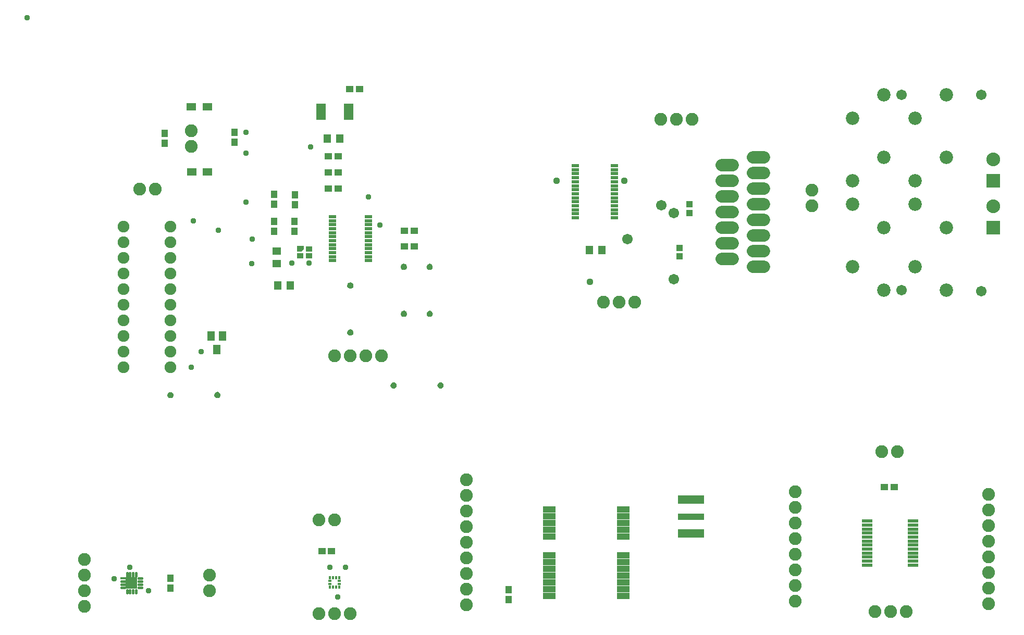
<source format=gbr>
G04 EAGLE Gerber RS-274X export*
G75*
%MOMM*%
%FSLAX34Y34*%
%LPD*%
%INSoldermask Top*%
%IPPOS*%
%AMOC8*
5,1,8,0,0,1.08239X$1,22.5*%
G01*
%ADD10C,2.082800*%
%ADD11R,1.253200X1.103200*%
%ADD12R,0.453200X0.478200*%
%ADD13R,0.478200X0.453200*%
%ADD14R,1.103200X1.253200*%
%ADD15R,0.943200X0.442200*%
%ADD16C,0.442200*%
%ADD17R,1.878200X1.878200*%
%ADD18R,4.303200X1.453200*%
%ADD19R,4.303200X1.103200*%
%ADD20R,2.003200X1.003200*%
%ADD21R,1.603200X1.203200*%
%ADD22R,1.050000X0.950000*%
%ADD23R,1.203200X1.603200*%
%ADD24R,1.193800X0.508000*%
%ADD25R,1.203200X1.453200*%
%ADD26R,1.453200X1.203200*%
%ADD27C,1.908300*%
%ADD28R,1.600200X0.635000*%
%ADD29R,1.672400X0.604700*%
%ADD30C,2.184400*%
%ADD31C,2.003200*%
%ADD32R,2.235200X2.235200*%
%ADD33C,2.235200*%
%ADD34R,1.003200X1.053200*%
%ADD35R,1.203200X0.503200*%
%ADD36C,0.959600*%
%ADD37C,1.703200*%
%ADD38C,1.109600*%

G36*
X1065356Y199713D02*
X1065356Y199713D01*
X1065413Y199723D01*
X1065427Y199734D01*
X1065435Y199736D01*
X1065444Y199746D01*
X1065479Y199771D01*
X1068729Y203021D01*
X1068757Y203072D01*
X1068790Y203120D01*
X1068793Y203137D01*
X1068797Y203144D01*
X1068796Y203157D01*
X1068803Y203200D01*
X1068803Y208950D01*
X1068799Y208965D01*
X1068801Y208981D01*
X1068780Y209032D01*
X1068764Y209085D01*
X1068752Y209096D01*
X1068746Y209110D01*
X1068700Y209142D01*
X1068659Y209179D01*
X1068643Y209181D01*
X1068630Y209190D01*
X1068550Y209203D01*
X1058550Y209203D01*
X1058535Y209199D01*
X1058519Y209201D01*
X1058468Y209180D01*
X1058415Y209164D01*
X1058404Y209152D01*
X1058390Y209146D01*
X1058358Y209100D01*
X1058321Y209059D01*
X1058319Y209043D01*
X1058310Y209030D01*
X1058297Y208950D01*
X1058297Y199950D01*
X1058301Y199935D01*
X1058299Y199919D01*
X1058320Y199868D01*
X1058336Y199815D01*
X1058348Y199804D01*
X1058354Y199790D01*
X1058400Y199758D01*
X1058441Y199721D01*
X1058457Y199719D01*
X1058470Y199710D01*
X1058550Y199697D01*
X1065300Y199697D01*
X1065356Y199713D01*
G37*
G36*
X1231822Y170204D02*
X1231822Y170204D01*
X1231913Y170203D01*
X1232877Y170334D01*
X1232925Y170350D01*
X1233014Y170369D01*
X1233925Y170711D01*
X1233968Y170737D01*
X1234052Y170776D01*
X1234863Y171313D01*
X1234899Y171348D01*
X1234972Y171404D01*
X1235644Y172108D01*
X1235672Y172150D01*
X1235730Y172221D01*
X1236228Y173057D01*
X1236229Y173060D01*
X1236231Y173062D01*
X1236237Y173081D01*
X1236246Y173104D01*
X1236286Y173186D01*
X1236586Y174112D01*
X1236593Y174162D01*
X1236615Y174251D01*
X1236701Y175220D01*
X1236697Y175267D01*
X1236700Y175342D01*
X1236598Y176318D01*
X1236584Y176366D01*
X1236568Y176456D01*
X1236252Y177385D01*
X1236228Y177429D01*
X1236191Y177514D01*
X1235677Y178349D01*
X1235643Y178386D01*
X1235589Y178461D01*
X1234901Y179161D01*
X1234860Y179190D01*
X1234791Y179250D01*
X1233964Y179779D01*
X1233918Y179798D01*
X1233837Y179842D01*
X1232914Y180174D01*
X1232864Y180182D01*
X1232775Y180207D01*
X1231801Y180325D01*
X1231751Y180322D01*
X1231665Y180326D01*
X1230663Y180231D01*
X1230614Y180217D01*
X1230524Y180201D01*
X1229568Y179885D01*
X1229523Y179861D01*
X1229439Y179826D01*
X1228578Y179304D01*
X1228540Y179271D01*
X1228465Y179218D01*
X1227741Y178518D01*
X1227712Y178477D01*
X1227651Y178408D01*
X1227101Y177565D01*
X1227081Y177519D01*
X1227037Y177438D01*
X1226689Y176494D01*
X1226680Y176444D01*
X1226655Y176356D01*
X1226525Y175358D01*
X1226527Y175315D01*
X1226526Y175189D01*
X1226665Y174178D01*
X1226681Y174130D01*
X1226700Y174040D01*
X1227062Y173085D01*
X1227088Y173042D01*
X1227127Y172958D01*
X1227691Y172108D01*
X1227726Y172071D01*
X1227783Y171999D01*
X1228523Y171295D01*
X1228565Y171267D01*
X1228636Y171209D01*
X1229514Y170688D01*
X1229561Y170670D01*
X1229643Y170629D01*
X1230615Y170316D01*
X1230665Y170309D01*
X1230754Y170288D01*
X1231772Y170199D01*
X1231822Y170204D01*
G37*
G36*
X1144822Y139804D02*
X1144822Y139804D01*
X1144913Y139803D01*
X1145877Y139934D01*
X1145925Y139950D01*
X1146014Y139969D01*
X1146925Y140311D01*
X1146968Y140337D01*
X1147052Y140376D01*
X1147863Y140913D01*
X1147899Y140948D01*
X1147972Y141004D01*
X1148644Y141708D01*
X1148672Y141750D01*
X1148730Y141821D01*
X1149228Y142657D01*
X1149229Y142660D01*
X1149231Y142662D01*
X1149237Y142681D01*
X1149246Y142704D01*
X1149286Y142786D01*
X1149586Y143712D01*
X1149593Y143762D01*
X1149615Y143851D01*
X1149701Y144820D01*
X1149697Y144867D01*
X1149700Y144942D01*
X1149598Y145918D01*
X1149584Y145966D01*
X1149568Y146056D01*
X1149252Y146985D01*
X1149228Y147029D01*
X1149191Y147114D01*
X1148677Y147949D01*
X1148643Y147986D01*
X1148589Y148061D01*
X1147901Y148761D01*
X1147860Y148790D01*
X1147791Y148850D01*
X1146964Y149379D01*
X1146918Y149398D01*
X1146837Y149442D01*
X1145914Y149774D01*
X1145864Y149782D01*
X1145775Y149807D01*
X1144801Y149925D01*
X1144751Y149922D01*
X1144665Y149926D01*
X1143663Y149831D01*
X1143614Y149817D01*
X1143524Y149801D01*
X1142568Y149485D01*
X1142523Y149461D01*
X1142439Y149426D01*
X1141578Y148904D01*
X1141540Y148871D01*
X1141465Y148818D01*
X1140741Y148118D01*
X1140712Y148077D01*
X1140651Y148008D01*
X1140101Y147165D01*
X1140081Y147119D01*
X1140037Y147038D01*
X1139689Y146094D01*
X1139680Y146044D01*
X1139655Y145956D01*
X1139525Y144958D01*
X1139527Y144915D01*
X1139526Y144789D01*
X1139665Y143778D01*
X1139681Y143730D01*
X1139700Y143640D01*
X1140062Y142685D01*
X1140088Y142642D01*
X1140127Y142558D01*
X1140691Y141708D01*
X1140726Y141671D01*
X1140783Y141599D01*
X1141523Y140895D01*
X1141565Y140867D01*
X1141636Y140809D01*
X1142514Y140288D01*
X1142561Y140270D01*
X1142643Y140229D01*
X1143615Y139916D01*
X1143665Y139909D01*
X1143754Y139888D01*
X1144772Y139799D01*
X1144822Y139804D01*
G37*
G36*
X1231898Y93928D02*
X1231898Y93928D01*
X1231989Y93927D01*
X1232953Y94058D01*
X1233001Y94074D01*
X1233090Y94093D01*
X1234001Y94435D01*
X1234044Y94461D01*
X1234128Y94500D01*
X1234939Y95037D01*
X1234975Y95072D01*
X1235048Y95128D01*
X1235720Y95832D01*
X1235748Y95874D01*
X1235806Y95945D01*
X1236304Y96781D01*
X1236305Y96784D01*
X1236307Y96786D01*
X1236313Y96805D01*
X1236322Y96828D01*
X1236362Y96910D01*
X1236662Y97836D01*
X1236669Y97886D01*
X1236691Y97975D01*
X1236777Y98944D01*
X1236773Y98991D01*
X1236776Y99066D01*
X1236674Y100042D01*
X1236660Y100090D01*
X1236644Y100180D01*
X1236328Y101109D01*
X1236304Y101153D01*
X1236267Y101238D01*
X1235753Y102073D01*
X1235719Y102110D01*
X1235665Y102185D01*
X1234977Y102885D01*
X1234936Y102914D01*
X1234867Y102974D01*
X1234040Y103503D01*
X1233994Y103522D01*
X1233913Y103566D01*
X1232990Y103898D01*
X1232940Y103906D01*
X1232851Y103931D01*
X1231877Y104049D01*
X1231827Y104046D01*
X1231741Y104050D01*
X1230739Y103955D01*
X1230690Y103941D01*
X1230600Y103925D01*
X1229644Y103609D01*
X1229599Y103585D01*
X1229515Y103550D01*
X1228654Y103028D01*
X1228616Y102995D01*
X1228541Y102942D01*
X1227817Y102242D01*
X1227788Y102201D01*
X1227727Y102132D01*
X1227177Y101289D01*
X1227157Y101243D01*
X1227113Y101162D01*
X1226765Y100218D01*
X1226756Y100168D01*
X1226731Y100080D01*
X1226601Y99082D01*
X1226603Y99039D01*
X1226602Y98913D01*
X1226741Y97902D01*
X1226757Y97854D01*
X1226776Y97764D01*
X1227138Y96809D01*
X1227164Y96766D01*
X1227203Y96682D01*
X1227767Y95832D01*
X1227802Y95795D01*
X1227859Y95723D01*
X1228599Y95019D01*
X1228641Y94991D01*
X1228712Y94933D01*
X1229590Y94412D01*
X1229637Y94394D01*
X1229719Y94353D01*
X1230691Y94040D01*
X1230741Y94033D01*
X1230830Y94012D01*
X1231848Y93923D01*
X1231898Y93928D01*
G37*
G36*
X1144898Y63528D02*
X1144898Y63528D01*
X1144989Y63527D01*
X1145953Y63658D01*
X1146001Y63674D01*
X1146090Y63693D01*
X1147001Y64035D01*
X1147044Y64061D01*
X1147128Y64100D01*
X1147939Y64637D01*
X1147975Y64672D01*
X1148048Y64728D01*
X1148720Y65432D01*
X1148748Y65474D01*
X1148806Y65545D01*
X1149304Y66381D01*
X1149305Y66384D01*
X1149307Y66386D01*
X1149313Y66406D01*
X1149322Y66428D01*
X1149362Y66510D01*
X1149662Y67436D01*
X1149669Y67486D01*
X1149691Y67575D01*
X1149777Y68544D01*
X1149773Y68591D01*
X1149776Y68666D01*
X1149674Y69642D01*
X1149660Y69690D01*
X1149644Y69780D01*
X1149328Y70709D01*
X1149304Y70753D01*
X1149267Y70838D01*
X1148753Y71673D01*
X1148719Y71710D01*
X1148665Y71785D01*
X1147977Y72485D01*
X1147936Y72514D01*
X1147867Y72574D01*
X1147040Y73103D01*
X1146994Y73122D01*
X1146913Y73166D01*
X1145990Y73498D01*
X1145940Y73506D01*
X1145851Y73531D01*
X1144877Y73649D01*
X1144827Y73646D01*
X1144741Y73650D01*
X1143739Y73555D01*
X1143690Y73541D01*
X1143600Y73525D01*
X1142644Y73209D01*
X1142599Y73185D01*
X1142515Y73150D01*
X1141654Y72628D01*
X1141616Y72595D01*
X1141541Y72542D01*
X1140817Y71842D01*
X1140788Y71801D01*
X1140727Y71732D01*
X1140177Y70889D01*
X1140157Y70843D01*
X1140113Y70762D01*
X1139765Y69818D01*
X1139756Y69768D01*
X1139731Y69680D01*
X1139601Y68682D01*
X1139603Y68639D01*
X1139602Y68513D01*
X1139741Y67502D01*
X1139757Y67454D01*
X1139776Y67364D01*
X1140138Y66409D01*
X1140164Y66366D01*
X1140203Y66282D01*
X1140767Y65432D01*
X1140802Y65395D01*
X1140859Y65323D01*
X1141599Y64619D01*
X1141641Y64591D01*
X1141712Y64533D01*
X1142590Y64012D01*
X1142637Y63994D01*
X1142719Y63953D01*
X1143691Y63640D01*
X1143741Y63633D01*
X1143830Y63612D01*
X1144848Y63523D01*
X1144898Y63528D01*
G37*
G36*
X1291311Y-22547D02*
X1291311Y-22547D01*
X1291437Y-22548D01*
X1292448Y-22409D01*
X1292496Y-22393D01*
X1292586Y-22374D01*
X1293541Y-22012D01*
X1293584Y-21986D01*
X1293668Y-21948D01*
X1294518Y-21383D01*
X1294555Y-21348D01*
X1294627Y-21291D01*
X1295331Y-20552D01*
X1295359Y-20509D01*
X1295417Y-20438D01*
X1295938Y-19560D01*
X1295956Y-19513D01*
X1295997Y-19431D01*
X1296310Y-18459D01*
X1296317Y-18409D01*
X1296338Y-18320D01*
X1296427Y-17302D01*
X1296422Y-17252D01*
X1296423Y-17161D01*
X1296292Y-16197D01*
X1296276Y-16149D01*
X1296257Y-16060D01*
X1295915Y-15149D01*
X1295889Y-15106D01*
X1295850Y-15023D01*
X1295313Y-14211D01*
X1295278Y-14175D01*
X1295222Y-14102D01*
X1294518Y-13430D01*
X1294476Y-13403D01*
X1294405Y-13344D01*
X1293570Y-12846D01*
X1293522Y-12828D01*
X1293440Y-12788D01*
X1292515Y-12488D01*
X1292464Y-12481D01*
X1292375Y-12459D01*
X1291406Y-12373D01*
X1291359Y-12377D01*
X1291284Y-12374D01*
X1290308Y-12476D01*
X1290260Y-12490D01*
X1290170Y-12506D01*
X1289241Y-12822D01*
X1289197Y-12847D01*
X1289112Y-12883D01*
X1288277Y-13397D01*
X1288240Y-13431D01*
X1288165Y-13485D01*
X1287466Y-14173D01*
X1287436Y-14214D01*
X1287376Y-14283D01*
X1286847Y-15110D01*
X1286828Y-15156D01*
X1286784Y-15237D01*
X1286452Y-16160D01*
X1286444Y-16210D01*
X1286419Y-16299D01*
X1286301Y-17273D01*
X1286304Y-17323D01*
X1286300Y-17409D01*
X1286395Y-18411D01*
X1286409Y-18460D01*
X1286425Y-18550D01*
X1286741Y-19506D01*
X1286765Y-19551D01*
X1286801Y-19635D01*
X1287322Y-20496D01*
X1287355Y-20534D01*
X1287408Y-20609D01*
X1288108Y-21333D01*
X1288149Y-21362D01*
X1288218Y-21423D01*
X1289061Y-21973D01*
X1289107Y-21993D01*
X1289188Y-22037D01*
X1290132Y-22385D01*
X1290182Y-22394D01*
X1290270Y-22419D01*
X1291268Y-22549D01*
X1291311Y-22547D01*
G37*
G36*
X1215035Y-22623D02*
X1215035Y-22623D01*
X1215161Y-22624D01*
X1216172Y-22485D01*
X1216220Y-22469D01*
X1216310Y-22450D01*
X1217265Y-22088D01*
X1217308Y-22062D01*
X1217392Y-22024D01*
X1218242Y-21459D01*
X1218279Y-21424D01*
X1218351Y-21367D01*
X1219055Y-20628D01*
X1219083Y-20585D01*
X1219141Y-20514D01*
X1219662Y-19636D01*
X1219680Y-19589D01*
X1219721Y-19507D01*
X1220034Y-18535D01*
X1220041Y-18485D01*
X1220062Y-18396D01*
X1220151Y-17378D01*
X1220146Y-17328D01*
X1220147Y-17237D01*
X1220016Y-16273D01*
X1220000Y-16225D01*
X1219981Y-16136D01*
X1219639Y-15225D01*
X1219613Y-15182D01*
X1219574Y-15099D01*
X1219037Y-14287D01*
X1219002Y-14251D01*
X1218946Y-14178D01*
X1218242Y-13506D01*
X1218200Y-13479D01*
X1218129Y-13420D01*
X1217294Y-12922D01*
X1217246Y-12904D01*
X1217164Y-12864D01*
X1216239Y-12564D01*
X1216188Y-12557D01*
X1216099Y-12535D01*
X1215130Y-12449D01*
X1215083Y-12453D01*
X1215008Y-12450D01*
X1214032Y-12552D01*
X1213984Y-12566D01*
X1213894Y-12582D01*
X1212965Y-12898D01*
X1212921Y-12923D01*
X1212836Y-12959D01*
X1212001Y-13473D01*
X1211964Y-13507D01*
X1211889Y-13561D01*
X1211190Y-14249D01*
X1211160Y-14290D01*
X1211100Y-14359D01*
X1210571Y-15186D01*
X1210552Y-15232D01*
X1210508Y-15313D01*
X1210176Y-16236D01*
X1210168Y-16286D01*
X1210143Y-16375D01*
X1210025Y-17349D01*
X1210028Y-17399D01*
X1210024Y-17485D01*
X1210119Y-18487D01*
X1210133Y-18536D01*
X1210149Y-18626D01*
X1210465Y-19582D01*
X1210489Y-19627D01*
X1210525Y-19711D01*
X1211046Y-20572D01*
X1211079Y-20610D01*
X1211132Y-20685D01*
X1211832Y-21409D01*
X1211873Y-21438D01*
X1211942Y-21499D01*
X1212785Y-22049D01*
X1212831Y-22069D01*
X1212912Y-22113D01*
X1213856Y-22461D01*
X1213906Y-22470D01*
X1213994Y-22495D01*
X1214992Y-22625D01*
X1215035Y-22623D01*
G37*
G36*
X1274561Y170245D02*
X1274561Y170245D01*
X1274610Y170259D01*
X1274700Y170275D01*
X1275656Y170591D01*
X1275701Y170615D01*
X1275785Y170651D01*
X1276646Y171172D01*
X1276684Y171205D01*
X1276759Y171258D01*
X1277483Y171958D01*
X1277512Y171999D01*
X1277573Y172068D01*
X1278123Y172911D01*
X1278143Y172957D01*
X1278187Y173038D01*
X1278535Y173982D01*
X1278544Y174032D01*
X1278569Y174120D01*
X1278699Y175118D01*
X1278697Y175161D01*
X1278698Y175287D01*
X1278559Y176298D01*
X1278543Y176346D01*
X1278524Y176436D01*
X1278162Y177391D01*
X1278136Y177434D01*
X1278098Y177518D01*
X1277533Y178368D01*
X1277498Y178405D01*
X1277441Y178477D01*
X1276702Y179181D01*
X1276659Y179209D01*
X1276588Y179267D01*
X1275710Y179788D01*
X1275663Y179806D01*
X1275581Y179847D01*
X1274609Y180160D01*
X1274559Y180167D01*
X1274470Y180188D01*
X1273452Y180277D01*
X1273402Y180272D01*
X1273311Y180273D01*
X1272347Y180142D01*
X1272299Y180126D01*
X1272210Y180107D01*
X1271299Y179765D01*
X1271256Y179739D01*
X1271173Y179700D01*
X1270361Y179163D01*
X1270325Y179128D01*
X1270252Y179072D01*
X1269580Y178368D01*
X1269553Y178326D01*
X1269494Y178255D01*
X1268996Y177420D01*
X1268978Y177372D01*
X1268938Y177290D01*
X1268638Y176365D01*
X1268631Y176314D01*
X1268609Y176225D01*
X1268523Y175256D01*
X1268527Y175209D01*
X1268524Y175134D01*
X1268626Y174158D01*
X1268640Y174110D01*
X1268656Y174020D01*
X1268972Y173091D01*
X1268997Y173047D01*
X1269033Y172962D01*
X1269547Y172127D01*
X1269581Y172090D01*
X1269635Y172015D01*
X1270323Y171316D01*
X1270364Y171286D01*
X1270433Y171226D01*
X1271260Y170697D01*
X1271306Y170678D01*
X1271387Y170634D01*
X1272310Y170302D01*
X1272360Y170294D01*
X1272449Y170269D01*
X1273423Y170151D01*
X1273473Y170154D01*
X1273559Y170150D01*
X1274561Y170245D01*
G37*
G36*
X1274637Y93969D02*
X1274637Y93969D01*
X1274686Y93983D01*
X1274776Y93999D01*
X1275732Y94315D01*
X1275777Y94339D01*
X1275861Y94375D01*
X1276722Y94896D01*
X1276760Y94929D01*
X1276835Y94982D01*
X1277559Y95682D01*
X1277588Y95723D01*
X1277649Y95792D01*
X1278199Y96635D01*
X1278219Y96681D01*
X1278263Y96762D01*
X1278611Y97706D01*
X1278620Y97756D01*
X1278645Y97844D01*
X1278775Y98842D01*
X1278773Y98885D01*
X1278774Y99011D01*
X1278635Y100022D01*
X1278619Y100070D01*
X1278600Y100160D01*
X1278238Y101115D01*
X1278212Y101158D01*
X1278174Y101242D01*
X1277609Y102092D01*
X1277574Y102129D01*
X1277517Y102201D01*
X1276778Y102905D01*
X1276735Y102933D01*
X1276664Y102991D01*
X1275786Y103512D01*
X1275739Y103530D01*
X1275657Y103571D01*
X1274685Y103884D01*
X1274635Y103891D01*
X1274546Y103912D01*
X1273528Y104001D01*
X1273478Y103996D01*
X1273387Y103997D01*
X1272423Y103866D01*
X1272375Y103850D01*
X1272286Y103831D01*
X1271375Y103489D01*
X1271332Y103463D01*
X1271249Y103424D01*
X1270437Y102887D01*
X1270401Y102852D01*
X1270328Y102796D01*
X1269656Y102092D01*
X1269629Y102050D01*
X1269570Y101979D01*
X1269072Y101144D01*
X1269054Y101096D01*
X1269014Y101014D01*
X1268714Y100089D01*
X1268707Y100038D01*
X1268685Y99949D01*
X1268599Y98980D01*
X1268603Y98933D01*
X1268600Y98858D01*
X1268702Y97882D01*
X1268716Y97834D01*
X1268732Y97744D01*
X1269048Y96815D01*
X1269073Y96771D01*
X1269109Y96686D01*
X1269623Y95851D01*
X1269657Y95814D01*
X1269711Y95739D01*
X1270399Y95040D01*
X1270440Y95010D01*
X1270509Y94950D01*
X1271336Y94421D01*
X1271382Y94402D01*
X1271463Y94358D01*
X1272386Y94026D01*
X1272436Y94018D01*
X1272525Y93993D01*
X1273499Y93875D01*
X1273549Y93878D01*
X1273635Y93874D01*
X1274637Y93969D01*
G37*
G36*
X928767Y-38197D02*
X928767Y-38197D01*
X928842Y-38200D01*
X929818Y-38098D01*
X929866Y-38084D01*
X929956Y-38068D01*
X930885Y-37752D01*
X930929Y-37728D01*
X931014Y-37691D01*
X931849Y-37177D01*
X931886Y-37143D01*
X931961Y-37089D01*
X932661Y-36401D01*
X932690Y-36360D01*
X932750Y-36291D01*
X933279Y-35464D01*
X933298Y-35418D01*
X933342Y-35337D01*
X933674Y-34414D01*
X933682Y-34364D01*
X933707Y-34275D01*
X933825Y-33301D01*
X933822Y-33251D01*
X933826Y-33165D01*
X933731Y-32163D01*
X933717Y-32114D01*
X933701Y-32024D01*
X933385Y-31068D01*
X933361Y-31023D01*
X933326Y-30939D01*
X932804Y-30078D01*
X932771Y-30040D01*
X932718Y-29965D01*
X932018Y-29241D01*
X931977Y-29212D01*
X931908Y-29151D01*
X931065Y-28601D01*
X931019Y-28581D01*
X930938Y-28537D01*
X929994Y-28189D01*
X929944Y-28180D01*
X929856Y-28155D01*
X928858Y-28025D01*
X928815Y-28027D01*
X928689Y-28026D01*
X927678Y-28165D01*
X927630Y-28181D01*
X927540Y-28200D01*
X926585Y-28562D01*
X926542Y-28588D01*
X926458Y-28627D01*
X925608Y-29191D01*
X925571Y-29226D01*
X925499Y-29283D01*
X924795Y-30023D01*
X924767Y-30065D01*
X924709Y-30136D01*
X924188Y-31014D01*
X924170Y-31061D01*
X924129Y-31143D01*
X923816Y-32115D01*
X923809Y-32165D01*
X923788Y-32254D01*
X923699Y-33272D01*
X923704Y-33322D01*
X923703Y-33413D01*
X923834Y-34377D01*
X923850Y-34425D01*
X923869Y-34514D01*
X924211Y-35425D01*
X924237Y-35468D01*
X924276Y-35552D01*
X924813Y-36363D01*
X924848Y-36399D01*
X924904Y-36472D01*
X925608Y-37144D01*
X925650Y-37172D01*
X925721Y-37230D01*
X926557Y-37728D01*
X926604Y-37746D01*
X926686Y-37786D01*
X927612Y-38086D01*
X927662Y-38093D01*
X927751Y-38115D01*
X928720Y-38201D01*
X928767Y-38197D01*
G37*
G36*
X852491Y-38273D02*
X852491Y-38273D01*
X852566Y-38276D01*
X853542Y-38174D01*
X853590Y-38160D01*
X853680Y-38144D01*
X854609Y-37828D01*
X854653Y-37804D01*
X854738Y-37767D01*
X855573Y-37253D01*
X855610Y-37219D01*
X855685Y-37165D01*
X856385Y-36477D01*
X856414Y-36436D01*
X856474Y-36367D01*
X857003Y-35540D01*
X857022Y-35494D01*
X857066Y-35413D01*
X857398Y-34490D01*
X857406Y-34440D01*
X857431Y-34351D01*
X857549Y-33377D01*
X857546Y-33327D01*
X857550Y-33241D01*
X857455Y-32239D01*
X857441Y-32190D01*
X857425Y-32100D01*
X857109Y-31144D01*
X857085Y-31099D01*
X857050Y-31015D01*
X856528Y-30154D01*
X856495Y-30116D01*
X856442Y-30041D01*
X855742Y-29317D01*
X855701Y-29288D01*
X855632Y-29227D01*
X854789Y-28677D01*
X854743Y-28657D01*
X854662Y-28613D01*
X853718Y-28265D01*
X853668Y-28256D01*
X853580Y-28231D01*
X852582Y-28101D01*
X852539Y-28103D01*
X852413Y-28102D01*
X851402Y-28241D01*
X851354Y-28257D01*
X851264Y-28276D01*
X850309Y-28638D01*
X850266Y-28664D01*
X850182Y-28703D01*
X849332Y-29267D01*
X849295Y-29302D01*
X849223Y-29359D01*
X848519Y-30099D01*
X848491Y-30141D01*
X848433Y-30212D01*
X847912Y-31090D01*
X847894Y-31137D01*
X847853Y-31219D01*
X847540Y-32191D01*
X847533Y-32241D01*
X847512Y-32330D01*
X847423Y-33348D01*
X847428Y-33398D01*
X847427Y-33489D01*
X847558Y-34453D01*
X847574Y-34501D01*
X847593Y-34590D01*
X847935Y-35501D01*
X847961Y-35544D01*
X848000Y-35628D01*
X848537Y-36439D01*
X848572Y-36475D01*
X848628Y-36548D01*
X849332Y-37220D01*
X849374Y-37248D01*
X849445Y-37306D01*
X850281Y-37804D01*
X850328Y-37822D01*
X850410Y-37862D01*
X851336Y-38162D01*
X851386Y-38169D01*
X851475Y-38191D01*
X852444Y-38277D01*
X852491Y-38273D01*
G37*
D10*
X1119120Y-235770D03*
X1093720Y-235770D03*
X1144520Y-388170D03*
X1119120Y-388170D03*
X1093720Y-388170D03*
D11*
X1098420Y-286570D03*
X1114420Y-286570D03*
D12*
X1111620Y-344995D03*
X1116620Y-344995D03*
X1121620Y-344995D03*
X1126620Y-344995D03*
D13*
X1126745Y-339870D03*
X1126745Y-334870D03*
D12*
X1126620Y-329745D03*
X1121620Y-329745D03*
X1116620Y-329745D03*
X1111620Y-329745D03*
D13*
X1111495Y-334870D03*
X1111495Y-339870D03*
D10*
X916300Y-326100D03*
X916300Y-351500D03*
X713100Y-300700D03*
X713100Y-326100D03*
X713100Y-351500D03*
X713100Y-376900D03*
D14*
X852800Y-330800D03*
X852800Y-346800D03*
D15*
X775640Y-331300D03*
D16*
X773135Y-336300D02*
X778145Y-336300D01*
X778145Y-341300D02*
X773135Y-341300D01*
X773135Y-346300D02*
X778145Y-346300D01*
X800455Y-346300D02*
X805465Y-346300D01*
X805465Y-341300D02*
X800455Y-341300D01*
X800455Y-336300D02*
X805465Y-336300D01*
X805465Y-331300D02*
X800455Y-331300D01*
X781800Y-349955D02*
X781800Y-354965D01*
X786800Y-354965D02*
X786800Y-349955D01*
X791800Y-349955D02*
X791800Y-354965D01*
X796800Y-354965D02*
X796800Y-349955D01*
X796800Y-327655D02*
X796800Y-322645D01*
X791800Y-322645D02*
X791800Y-327655D01*
X786800Y-327655D02*
X786800Y-322645D01*
X781800Y-322645D02*
X781800Y-327655D01*
D17*
X789300Y-338800D03*
D10*
X1333500Y-374200D03*
X1333500Y-348800D03*
X1333500Y-171000D03*
X1333500Y-196400D03*
X1333500Y-221800D03*
X1333500Y-247200D03*
X1333500Y-272600D03*
X1333500Y-298000D03*
X1333500Y-323400D03*
D18*
X1697990Y-258440D03*
D19*
X1697990Y-230690D03*
D18*
X1697990Y-202940D03*
D20*
X1468000Y-219300D03*
X1468000Y-230300D03*
X1468000Y-241300D03*
X1468000Y-252300D03*
X1468000Y-263300D03*
X1468000Y-293300D03*
X1468000Y-304300D03*
X1468000Y-315300D03*
X1468000Y-326300D03*
X1468000Y-337300D03*
X1468000Y-348300D03*
X1468000Y-359300D03*
X1588000Y-219300D03*
X1588000Y-230300D03*
X1588000Y-241300D03*
X1588000Y-252300D03*
X1588000Y-263300D03*
X1588000Y-293300D03*
X1588000Y-304300D03*
X1588000Y-315300D03*
X1588000Y-326300D03*
X1588000Y-337300D03*
X1588000Y-348300D03*
X1588000Y-359300D03*
D14*
X1402080Y-349690D03*
X1402080Y-365690D03*
D10*
X1195500Y30500D03*
X1170100Y30500D03*
X1144700Y30500D03*
X1119300Y30500D03*
X886600Y371150D03*
X886600Y396550D03*
X827500Y301500D03*
X802100Y301500D03*
D21*
X886300Y434950D03*
X912300Y434950D03*
X886800Y329700D03*
X912800Y329700D03*
D22*
X1078050Y192950D03*
X1063550Y192950D03*
X1078050Y204450D03*
D23*
X927950Y40550D03*
X918450Y62550D03*
X937450Y62550D03*
D24*
X1115522Y256750D03*
X1115522Y250250D03*
X1115522Y243750D03*
X1115522Y237250D03*
X1115522Y230750D03*
X1115522Y224250D03*
X1115522Y217750D03*
X1115522Y211250D03*
X1115522Y204750D03*
X1115522Y198250D03*
X1115522Y191750D03*
X1115522Y185250D03*
X1173878Y185250D03*
X1173878Y191750D03*
X1173878Y198250D03*
X1173878Y204750D03*
X1173878Y211250D03*
X1173878Y217750D03*
X1173878Y224250D03*
X1173878Y230750D03*
X1173878Y237250D03*
X1173878Y243750D03*
X1173878Y250250D03*
X1173878Y256750D03*
D11*
X1159400Y464100D03*
X1143400Y464100D03*
D25*
X1107400Y383600D03*
X1127400Y383600D03*
D11*
X1109000Y302600D03*
X1125000Y302600D03*
D26*
X1025500Y200800D03*
X1025500Y180800D03*
D25*
X1026900Y144700D03*
X1046900Y144700D03*
D14*
X1020700Y292700D03*
X1020700Y276700D03*
X1054500Y292200D03*
X1054500Y276200D03*
D11*
X1109000Y328800D03*
X1125000Y328800D03*
X1109000Y354600D03*
X1125000Y354600D03*
D14*
X1053700Y248800D03*
X1053700Y232800D03*
X1020600Y248800D03*
X1020600Y232800D03*
X843200Y392250D03*
X843200Y376250D03*
X956700Y393750D03*
X956700Y377750D03*
D11*
X1232900Y208300D03*
X1248900Y208300D03*
X1232900Y234100D03*
X1248900Y234100D03*
D27*
X852500Y11700D03*
X852500Y37100D03*
X852500Y62500D03*
X852500Y87900D03*
X852500Y113300D03*
X852500Y138700D03*
X852500Y164100D03*
X852500Y189500D03*
X852500Y214900D03*
X852500Y240300D03*
X776300Y240300D03*
X776300Y214900D03*
X776300Y189500D03*
X776300Y164100D03*
X776300Y138700D03*
X776300Y113300D03*
X776300Y87900D03*
X776300Y62500D03*
X776300Y37100D03*
X776300Y11700D03*
D28*
X1142106Y417948D03*
X1142106Y424298D03*
X1142106Y430902D03*
X1142106Y437252D03*
X1096894Y437252D03*
X1096894Y430902D03*
X1096894Y424298D03*
X1096894Y417948D03*
D10*
X2008300Y-125200D03*
X2033700Y-125200D03*
X2048200Y-384800D03*
X2022800Y-384800D03*
X1997400Y-384800D03*
X1867620Y-368430D03*
X1867620Y-343030D03*
X1867620Y-317630D03*
X1867620Y-292230D03*
X1867620Y-266830D03*
X1867620Y-241430D03*
X1867620Y-216030D03*
X1867620Y-190630D03*
X2181700Y-194800D03*
X2181700Y-220200D03*
X2181700Y-245600D03*
X2181700Y-271000D03*
X2181700Y-296400D03*
X2181700Y-321800D03*
X2181700Y-347200D03*
X2181700Y-372600D03*
D29*
X1984187Y-238050D03*
X1984187Y-244550D03*
X1984187Y-251050D03*
X1984187Y-257550D03*
X1984187Y-264050D03*
X1984187Y-270550D03*
X1984187Y-277050D03*
X1984187Y-283550D03*
X1984187Y-290050D03*
X1984187Y-296550D03*
X1984187Y-303050D03*
X1984187Y-309550D03*
X2058613Y-309550D03*
X2058613Y-303050D03*
X2058613Y-296550D03*
X2058613Y-290050D03*
X2058613Y-283550D03*
X2058613Y-277050D03*
X2058613Y-270550D03*
X2058613Y-264050D03*
X2058613Y-257550D03*
X2058613Y-251050D03*
X2058613Y-244550D03*
X2058613Y-238050D03*
D11*
X2028100Y-182800D03*
X2012100Y-182800D03*
D30*
X2112700Y238600D03*
X2112700Y137000D03*
X2061900Y276700D03*
X2061900Y175100D03*
X2061900Y314800D03*
X2061900Y416400D03*
X2112700Y352900D03*
X2112700Y454500D03*
X2011100Y137000D03*
X2011100Y238600D03*
X1960300Y175100D03*
X1960300Y276700D03*
X1960300Y416400D03*
X1960300Y314800D03*
X2011100Y454500D03*
X2011100Y352900D03*
D31*
X1766100Y264000D02*
X1748100Y264000D01*
X1798900Y276700D02*
X1816900Y276700D01*
X1766100Y289400D02*
X1748100Y289400D01*
X1798900Y302100D02*
X1816900Y302100D01*
X1766100Y314800D02*
X1748100Y314800D01*
X1798900Y327500D02*
X1816900Y327500D01*
X1816900Y251300D02*
X1798900Y251300D01*
X1766100Y238600D02*
X1748100Y238600D01*
X1798900Y225900D02*
X1816900Y225900D01*
X1766100Y213200D02*
X1748100Y213200D01*
X1798900Y200500D02*
X1816900Y200500D01*
X1766100Y340200D02*
X1748100Y340200D01*
X1798900Y352900D02*
X1816900Y352900D01*
X1766100Y187800D02*
X1748100Y187800D01*
X1798900Y175100D02*
X1816900Y175100D01*
D10*
X1607100Y118100D03*
X1581700Y118100D03*
X1556300Y118100D03*
D32*
X2188900Y238600D03*
D33*
X2188900Y273600D03*
D32*
X2188900Y314800D03*
D33*
X2188900Y349800D03*
D34*
X1679400Y206300D03*
X1679400Y192300D03*
X1696000Y262900D03*
X1696000Y276900D03*
D35*
X1509900Y339550D03*
X1509900Y333050D03*
X1509900Y326550D03*
X1509900Y320050D03*
X1509900Y313550D03*
X1509900Y307050D03*
X1509900Y300550D03*
X1509900Y294050D03*
X1509900Y287550D03*
X1509900Y281050D03*
X1509900Y274550D03*
X1509900Y268050D03*
X1509900Y261550D03*
X1509900Y255050D03*
X1573900Y255050D03*
X1573900Y261550D03*
X1573900Y268050D03*
X1573900Y274550D03*
X1573900Y281050D03*
X1573900Y287550D03*
X1573900Y294050D03*
X1573900Y300550D03*
X1573900Y307050D03*
X1573900Y313550D03*
X1573900Y320050D03*
X1573900Y326550D03*
X1573900Y333050D03*
X1573900Y339550D03*
D25*
X1553100Y202700D03*
X1533100Y202700D03*
D10*
X1895000Y300000D03*
X1895000Y274600D03*
X1700000Y415000D03*
X1674600Y415000D03*
X1649200Y415000D03*
D36*
X1050000Y181000D03*
X1078000Y181000D03*
X930000Y235000D03*
X984200Y180800D03*
D37*
X2040000Y455000D03*
X2040310Y137000D03*
X1670000Y155000D03*
D38*
X1590000Y315000D03*
X1480000Y315000D03*
X1533580Y150970D03*
D37*
X1670000Y262730D03*
D36*
X1136900Y-313240D03*
X1111500Y-313240D03*
X1124200Y-361500D03*
X761106Y-331688D03*
X816732Y-350992D03*
X786760Y-313146D03*
X1080000Y370000D03*
X985000Y220000D03*
D37*
X1595000Y220000D03*
X1650000Y275000D03*
D36*
X975000Y360000D03*
X975000Y393750D03*
X886000Y12000D03*
X975000Y280000D03*
X902000Y37000D03*
X1192500Y243500D03*
X890000Y250000D03*
X1174000Y288500D03*
D37*
X2170000Y455000D03*
X2169850Y135730D03*
D36*
X620000Y580000D03*
M02*

</source>
